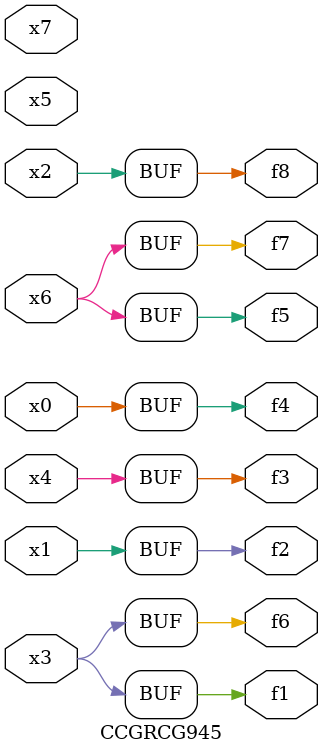
<source format=v>
module CCGRCG945(
	input x0, x1, x2, x3, x4, x5, x6, x7,
	output f1, f2, f3, f4, f5, f6, f7, f8
);
	assign f1 = x3;
	assign f2 = x1;
	assign f3 = x4;
	assign f4 = x0;
	assign f5 = x6;
	assign f6 = x3;
	assign f7 = x6;
	assign f8 = x2;
endmodule

</source>
